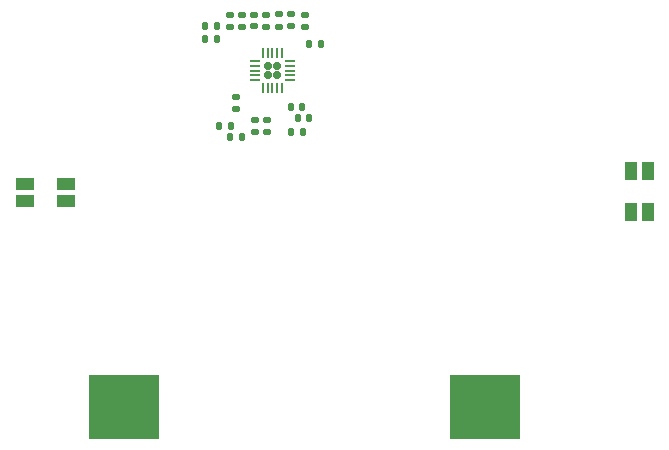
<source format=gbr>
%TF.GenerationSoftware,KiCad,Pcbnew,8.0.8*%
%TF.CreationDate,2025-02-04T02:19:44-06:00*%
%TF.ProjectId,B-Sides 2025,422d5369-6465-4732-9032-3032352e6b69,rev?*%
%TF.SameCoordinates,Original*%
%TF.FileFunction,Paste,Bot*%
%TF.FilePolarity,Positive*%
%FSLAX46Y46*%
G04 Gerber Fmt 4.6, Leading zero omitted, Abs format (unit mm)*
G04 Created by KiCad (PCBNEW 8.0.8) date 2025-02-04 02:19:44*
%MOMM*%
%LPD*%
G01*
G04 APERTURE LIST*
G04 Aperture macros list*
%AMRoundRect*
0 Rectangle with rounded corners*
0 $1 Rounding radius*
0 $2 $3 $4 $5 $6 $7 $8 $9 X,Y pos of 4 corners*
0 Add a 4 corners polygon primitive as box body*
4,1,4,$2,$3,$4,$5,$6,$7,$8,$9,$2,$3,0*
0 Add four circle primitives for the rounded corners*
1,1,$1+$1,$2,$3*
1,1,$1+$1,$4,$5*
1,1,$1+$1,$6,$7*
1,1,$1+$1,$8,$9*
0 Add four rect primitives between the rounded corners*
20,1,$1+$1,$2,$3,$4,$5,0*
20,1,$1+$1,$4,$5,$6,$7,0*
20,1,$1+$1,$6,$7,$8,$9,0*
20,1,$1+$1,$8,$9,$2,$3,0*%
G04 Aperture macros list end*
%ADD10RoundRect,0.135000X0.185000X-0.135000X0.185000X0.135000X-0.185000X0.135000X-0.185000X-0.135000X0*%
%ADD11RoundRect,0.135000X0.135000X0.185000X-0.135000X0.185000X-0.135000X-0.185000X0.135000X-0.185000X0*%
%ADD12RoundRect,0.135000X-0.185000X0.135000X-0.185000X-0.135000X0.185000X-0.135000X0.185000X0.135000X0*%
%ADD13RoundRect,0.135000X-0.135000X-0.185000X0.135000X-0.185000X0.135000X0.185000X-0.135000X0.185000X0*%
%ADD14RoundRect,0.140000X0.140000X0.170000X-0.140000X0.170000X-0.140000X-0.170000X0.140000X-0.170000X0*%
%ADD15RoundRect,0.140000X0.170000X-0.140000X0.170000X0.140000X-0.170000X0.140000X-0.170000X-0.140000X0*%
%ADD16R,1.000000X1.500000*%
%ADD17R,1.500000X1.000000*%
%ADD18R,6.000000X5.500000*%
%ADD19RoundRect,0.050000X0.050000X0.375000X-0.050000X0.375000X-0.050000X-0.375000X0.050000X-0.375000X0*%
%ADD20RoundRect,0.050000X0.375000X0.050000X-0.375000X0.050000X-0.375000X-0.050000X0.375000X-0.050000X0*%
%ADD21RoundRect,0.167500X0.167500X0.167500X-0.167500X0.167500X-0.167500X-0.167500X0.167500X-0.167500X0*%
G04 APERTURE END LIST*
D10*
%TO.C,R14*%
X157660000Y-83220000D03*
X157660000Y-82200000D03*
%TD*%
%TO.C,R9*%
X158670000Y-83220000D03*
X158670000Y-82200000D03*
%TD*%
D11*
%TO.C,R13*%
X155680000Y-82670000D03*
X154660000Y-82670000D03*
%TD*%
%TO.C,R12*%
X154500000Y-74190000D03*
X153480000Y-74190000D03*
%TD*%
D12*
%TO.C,R11*%
X156610000Y-74280000D03*
X156610000Y-73260000D03*
%TD*%
D11*
%TO.C,R10*%
X156590000Y-83630000D03*
X155570000Y-83630000D03*
%TD*%
D10*
%TO.C,R8*%
X158640000Y-73260000D03*
X158640000Y-74280000D03*
%TD*%
%TO.C,R7*%
X159680000Y-73250000D03*
X159680000Y-74270000D03*
%TD*%
D13*
%TO.C,R6*%
X153420000Y-75320000D03*
X154440000Y-75320000D03*
%TD*%
D10*
%TO.C,R5*%
X161920000Y-73260000D03*
X161920000Y-74280000D03*
%TD*%
D13*
%TO.C,R4*%
X162290000Y-75740000D03*
X163310000Y-75740000D03*
%TD*%
D10*
%TO.C,R3*%
X156040000Y-81220000D03*
X156040000Y-80200000D03*
%TD*%
%TO.C,R2*%
X160770000Y-73200000D03*
X160770000Y-74220000D03*
%TD*%
D11*
%TO.C,R1*%
X160700000Y-83190000D03*
X161720000Y-83190000D03*
%TD*%
D14*
%TO.C,C4*%
X161680000Y-81080000D03*
X160720000Y-81080000D03*
%TD*%
D15*
%TO.C,C3*%
X157610000Y-73290000D03*
X157610000Y-74250000D03*
%TD*%
%TO.C,C2*%
X155610000Y-74280000D03*
X155610000Y-73320000D03*
%TD*%
D14*
%TO.C,C1*%
X162300000Y-82020000D03*
X161340000Y-82020000D03*
%TD*%
D16*
%TO.C,Q1*%
X190924953Y-86463032D03*
X190924953Y-89963032D03*
X189524953Y-86463032D03*
X189524953Y-89963032D03*
%TD*%
D17*
%TO.C,Q2*%
X138200000Y-87600000D03*
X141700000Y-87600000D03*
X138200000Y-89000000D03*
X141700000Y-89000000D03*
%TD*%
D18*
%TO.C,BT1*%
X177200000Y-106465000D03*
X146600000Y-106465000D03*
%TD*%
D19*
%TO.C,U2*%
X159970000Y-76550000D03*
X159570000Y-76550000D03*
X159170000Y-76550000D03*
X158770000Y-76550000D03*
X158370000Y-76550000D03*
D20*
X157720000Y-77200000D03*
X157720000Y-77600000D03*
X157720000Y-78000000D03*
X157720000Y-78400000D03*
X157720000Y-78800000D03*
D19*
X158370000Y-79450000D03*
X158770000Y-79450000D03*
X159170000Y-79450000D03*
X159570000Y-79450000D03*
X159970000Y-79450000D03*
D20*
X160620000Y-78800000D03*
X160620000Y-78400000D03*
X160620000Y-78000000D03*
X160620000Y-77600000D03*
X160620000Y-77200000D03*
D21*
X158760000Y-77590000D03*
X158760000Y-78410000D03*
X159580000Y-77590000D03*
X159580000Y-78410000D03*
%TD*%
M02*

</source>
